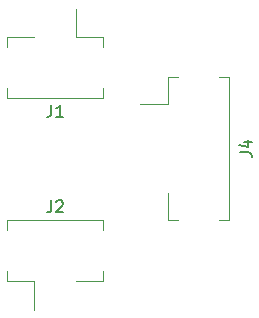
<source format=gbr>
G04 #@! TF.GenerationSoftware,KiCad,Pcbnew,(5.1.5-0)*
G04 #@! TF.CreationDate,2020-12-05T09:23:08-07:00*
G04 #@! TF.ProjectId,back_panel,6261636b-5f70-4616-9e65-6c2e6b696361,rev?*
G04 #@! TF.SameCoordinates,Original*
G04 #@! TF.FileFunction,Legend,Top*
G04 #@! TF.FilePolarity,Positive*
%FSLAX46Y46*%
G04 Gerber Fmt 4.6, Leading zero omitted, Abs format (unit mm)*
G04 Created by KiCad (PCBNEW (5.1.5-0)) date 2020-12-05 09:23:08*
%MOMM*%
%LPD*%
G04 APERTURE LIST*
%ADD10C,0.120000*%
%ADD11C,0.150000*%
G04 APERTURE END LIST*
D10*
X155760000Y-116685000D02*
X154910000Y-116685000D01*
X155760000Y-104515000D02*
X155760000Y-116685000D01*
X154910000Y-104515000D02*
X155760000Y-104515000D01*
X150540000Y-116685000D02*
X150540000Y-114360000D01*
X151390000Y-116685000D02*
X150540000Y-116685000D01*
X150540000Y-106840000D02*
X148150000Y-106840000D01*
X150540000Y-104515000D02*
X150540000Y-106840000D01*
X151390000Y-104515000D02*
X150540000Y-104515000D01*
X145085000Y-116640000D02*
X145085000Y-117490000D01*
X136915000Y-116640000D02*
X145085000Y-116640000D01*
X136915000Y-117490000D02*
X136915000Y-116640000D01*
X145085000Y-121860000D02*
X142760000Y-121860000D01*
X145085000Y-121010000D02*
X145085000Y-121860000D01*
X139240000Y-121860000D02*
X139240000Y-124250000D01*
X136915000Y-121860000D02*
X139240000Y-121860000D01*
X136915000Y-121010000D02*
X136915000Y-121860000D01*
X136915000Y-106360000D02*
X136915000Y-105510000D01*
X145085000Y-106360000D02*
X136915000Y-106360000D01*
X145085000Y-105510000D02*
X145085000Y-106360000D01*
X136915000Y-101140000D02*
X139240000Y-101140000D01*
X136915000Y-101990000D02*
X136915000Y-101140000D01*
X142760000Y-101140000D02*
X142760000Y-98750000D01*
X145085000Y-101140000D02*
X142760000Y-101140000D01*
X145085000Y-101990000D02*
X145085000Y-101140000D01*
D11*
X156652380Y-110933333D02*
X157366666Y-110933333D01*
X157509523Y-110980952D01*
X157604761Y-111076190D01*
X157652380Y-111219047D01*
X157652380Y-111314285D01*
X156985714Y-110028571D02*
X157652380Y-110028571D01*
X156604761Y-110266666D02*
X157319047Y-110504761D01*
X157319047Y-109885714D01*
X140666666Y-115002380D02*
X140666666Y-115716666D01*
X140619047Y-115859523D01*
X140523809Y-115954761D01*
X140380952Y-116002380D01*
X140285714Y-116002380D01*
X141095238Y-115097619D02*
X141142857Y-115050000D01*
X141238095Y-115002380D01*
X141476190Y-115002380D01*
X141571428Y-115050000D01*
X141619047Y-115097619D01*
X141666666Y-115192857D01*
X141666666Y-115288095D01*
X141619047Y-115430952D01*
X141047619Y-116002380D01*
X141666666Y-116002380D01*
X140666666Y-106902380D02*
X140666666Y-107616666D01*
X140619047Y-107759523D01*
X140523809Y-107854761D01*
X140380952Y-107902380D01*
X140285714Y-107902380D01*
X141666666Y-107902380D02*
X141095238Y-107902380D01*
X141380952Y-107902380D02*
X141380952Y-106902380D01*
X141285714Y-107045238D01*
X141190476Y-107140476D01*
X141095238Y-107188095D01*
M02*

</source>
